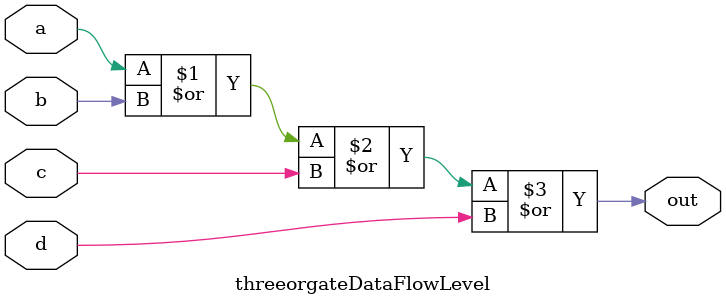
<source format=v>


module threeorgateDataFlowLevel(out, a, b, c, d);
input a, b, c, d;
output out;

assign out=a | b | c | d;
endmodule



</source>
